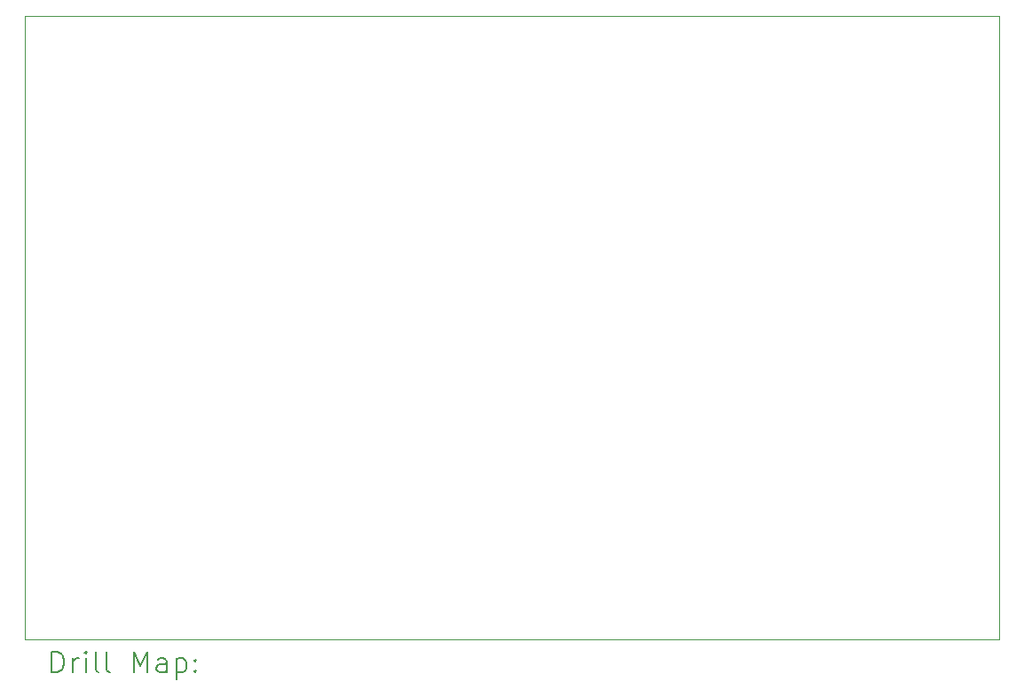
<source format=gbr>
%TF.GenerationSoftware,KiCad,Pcbnew,8.0.0*%
%TF.CreationDate,2024-03-02T12:56:41+00:00*%
%TF.ProjectId,binClock,62696e43-6c6f-4636-9b2e-6b696361645f,rev?*%
%TF.SameCoordinates,Original*%
%TF.FileFunction,Drillmap*%
%TF.FilePolarity,Positive*%
%FSLAX45Y45*%
G04 Gerber Fmt 4.5, Leading zero omitted, Abs format (unit mm)*
G04 Created by KiCad (PCBNEW 8.0.0) date 2024-03-02 12:56:41*
%MOMM*%
%LPD*%
G01*
G04 APERTURE LIST*
%ADD10C,0.050000*%
%ADD11C,0.200000*%
G04 APERTURE END LIST*
D10*
X10800000Y-8050000D02*
X20100000Y-8050000D01*
X20100000Y-14000000D01*
X10800000Y-14000000D01*
X10800000Y-8050000D01*
D11*
X11058277Y-14313984D02*
X11058277Y-14113984D01*
X11058277Y-14113984D02*
X11105896Y-14113984D01*
X11105896Y-14113984D02*
X11134467Y-14123508D01*
X11134467Y-14123508D02*
X11153515Y-14142555D01*
X11153515Y-14142555D02*
X11163039Y-14161603D01*
X11163039Y-14161603D02*
X11172563Y-14199698D01*
X11172563Y-14199698D02*
X11172563Y-14228269D01*
X11172563Y-14228269D02*
X11163039Y-14266365D01*
X11163039Y-14266365D02*
X11153515Y-14285412D01*
X11153515Y-14285412D02*
X11134467Y-14304460D01*
X11134467Y-14304460D02*
X11105896Y-14313984D01*
X11105896Y-14313984D02*
X11058277Y-14313984D01*
X11258277Y-14313984D02*
X11258277Y-14180650D01*
X11258277Y-14218746D02*
X11267801Y-14199698D01*
X11267801Y-14199698D02*
X11277324Y-14190174D01*
X11277324Y-14190174D02*
X11296372Y-14180650D01*
X11296372Y-14180650D02*
X11315420Y-14180650D01*
X11382086Y-14313984D02*
X11382086Y-14180650D01*
X11382086Y-14113984D02*
X11372562Y-14123508D01*
X11372562Y-14123508D02*
X11382086Y-14133031D01*
X11382086Y-14133031D02*
X11391610Y-14123508D01*
X11391610Y-14123508D02*
X11382086Y-14113984D01*
X11382086Y-14113984D02*
X11382086Y-14133031D01*
X11505896Y-14313984D02*
X11486848Y-14304460D01*
X11486848Y-14304460D02*
X11477324Y-14285412D01*
X11477324Y-14285412D02*
X11477324Y-14113984D01*
X11610658Y-14313984D02*
X11591610Y-14304460D01*
X11591610Y-14304460D02*
X11582086Y-14285412D01*
X11582086Y-14285412D02*
X11582086Y-14113984D01*
X11839229Y-14313984D02*
X11839229Y-14113984D01*
X11839229Y-14113984D02*
X11905896Y-14256841D01*
X11905896Y-14256841D02*
X11972562Y-14113984D01*
X11972562Y-14113984D02*
X11972562Y-14313984D01*
X12153515Y-14313984D02*
X12153515Y-14209222D01*
X12153515Y-14209222D02*
X12143991Y-14190174D01*
X12143991Y-14190174D02*
X12124943Y-14180650D01*
X12124943Y-14180650D02*
X12086848Y-14180650D01*
X12086848Y-14180650D02*
X12067801Y-14190174D01*
X12153515Y-14304460D02*
X12134467Y-14313984D01*
X12134467Y-14313984D02*
X12086848Y-14313984D01*
X12086848Y-14313984D02*
X12067801Y-14304460D01*
X12067801Y-14304460D02*
X12058277Y-14285412D01*
X12058277Y-14285412D02*
X12058277Y-14266365D01*
X12058277Y-14266365D02*
X12067801Y-14247317D01*
X12067801Y-14247317D02*
X12086848Y-14237793D01*
X12086848Y-14237793D02*
X12134467Y-14237793D01*
X12134467Y-14237793D02*
X12153515Y-14228269D01*
X12248753Y-14180650D02*
X12248753Y-14380650D01*
X12248753Y-14190174D02*
X12267801Y-14180650D01*
X12267801Y-14180650D02*
X12305896Y-14180650D01*
X12305896Y-14180650D02*
X12324943Y-14190174D01*
X12324943Y-14190174D02*
X12334467Y-14199698D01*
X12334467Y-14199698D02*
X12343991Y-14218746D01*
X12343991Y-14218746D02*
X12343991Y-14275888D01*
X12343991Y-14275888D02*
X12334467Y-14294936D01*
X12334467Y-14294936D02*
X12324943Y-14304460D01*
X12324943Y-14304460D02*
X12305896Y-14313984D01*
X12305896Y-14313984D02*
X12267801Y-14313984D01*
X12267801Y-14313984D02*
X12248753Y-14304460D01*
X12429705Y-14294936D02*
X12439229Y-14304460D01*
X12439229Y-14304460D02*
X12429705Y-14313984D01*
X12429705Y-14313984D02*
X12420182Y-14304460D01*
X12420182Y-14304460D02*
X12429705Y-14294936D01*
X12429705Y-14294936D02*
X12429705Y-14313984D01*
X12429705Y-14190174D02*
X12439229Y-14199698D01*
X12439229Y-14199698D02*
X12429705Y-14209222D01*
X12429705Y-14209222D02*
X12420182Y-14199698D01*
X12420182Y-14199698D02*
X12429705Y-14190174D01*
X12429705Y-14190174D02*
X12429705Y-14209222D01*
M02*

</source>
